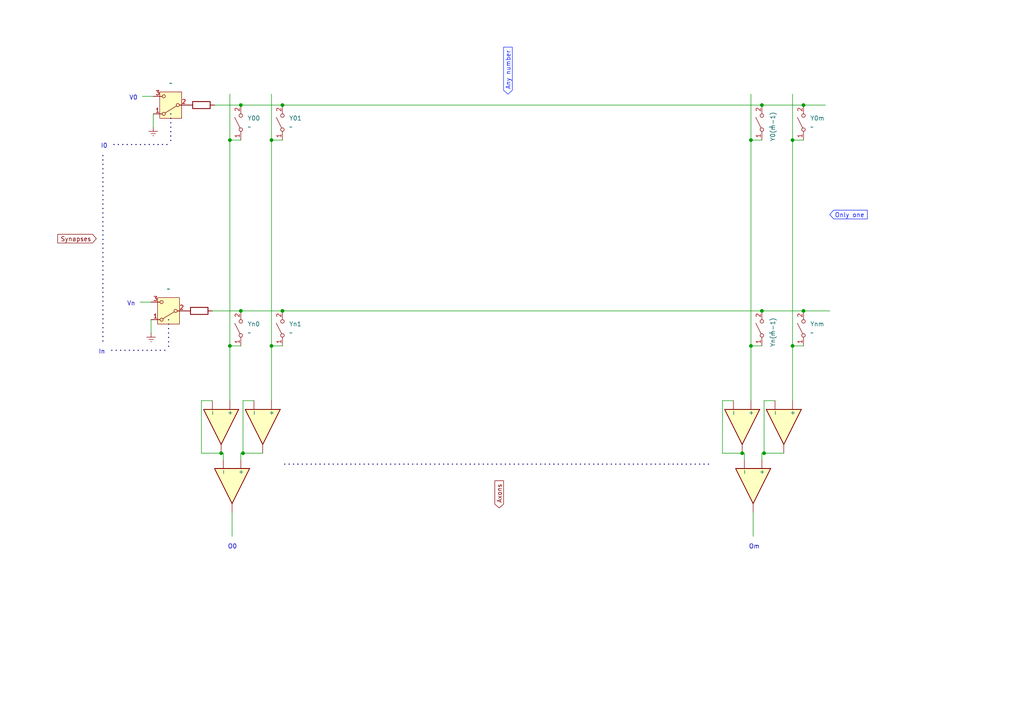
<source format=kicad_sch>
(kicad_sch (version 20230121) (generator eeschema)
  (paper "A4")
  (lib_symbols
    (symbol "Amplifier_Operational:L272" (pin_numbers hide) (pin_names (offset 0.127))
      (property "Reference" "U" (at 0 5.08 0))
      (property "Value" "L272" (at 0 -5.08 0))
      (symbol "L272_1_1"
        (polyline (pts (xy -5.08 5.08) (xy 5.08 0) (xy -5.08 -5.08) (xy -5.08 5.08)) (stroke (width 0.254)) (fill (type background)))
        (pin output line (at 7.62 0 180) (length 2.54) (name "~") (number "1"))
        (pin input line (at -7.62 2.54 0) (length 2.54) (name "+") (number "7"))
        (pin input line (at -7.62 -2.54 0) (length 2.54) (name "-") (number "8"))
      )
      (symbol "L272_2_1"
        (polyline (pts (xy -5.08 5.08) (xy 5.08 0) (xy -5.08 -5.08) (xy -5.08 5.08)) (stroke (width 0.254)) (fill (type background)))
        (pin output line (at 7.62 0 180) (length 2.54) (name "~") (number "3"))
        (pin input line (at -7.62 -2.54 0) (length 2.54) (name "-") (number "5"))
        (pin input line (at -7.62 2.54 0) (length 2.54) (name "+") (number "6"))
      )
      (symbol "L272_3_1"
        (pin passive line (at -2.54 -7.62 90) (length 3.81) hide (name "GND") (number "10"))
        (pin passive line (at -2.54 -7.62 90) (length 3.81) hide (name "GND") (number "11"))
        (pin passive line (at -2.54 -7.62 90) (length 3.81) hide (name "GND") (number "12"))
        (pin passive line (at -2.54 -7.62 90) (length 3.81) hide (name "GND") (number "13"))
        (pin passive line (at -2.54 -7.62 90) (length 3.81) hide (name "GND") (number "14"))
        (pin passive line (at -2.54 -7.62 90) (length 3.81) hide (name "GND") (number "15"))
        (pin passive line (at -2.54 -7.62 90) (length 3.81) hide (name "GND") (number "16"))
        (pin power_in line (at -2.54 7.62 270) (length 3.81) (name "Vs") (number "2"))
        (pin power_in line (at -2.54 -7.62 90) (length 3.81) (name "GND") (number "4"))
        (pin passive line (at -2.54 -7.62 90) (length 3.81) hide (name "GND") (number "9"))
      )
    )
    (symbol "Device:R" (pin_numbers hide) (pin_names (offset 0))
      (property "Reference" "R" (at 2.032 0 90))
      (property "Value" "R" (at 0 0 90))
      (symbol "R_0_1"
        (rectangle (start -1.016 -2.54) (end 1.016 2.54) (stroke (width 0.254)))
      )
      (symbol "R_1_1"
        (pin passive line (at 0 3.81 270) (length 1.27) (name "~") (number "1"))
        (pin passive line (at 0 -3.81 90) (length 1.27) (name "~") (number "2"))
      )
    )
    (symbol "L272_1" (pin_numbers hide) (pin_names (offset 0.127))
      (property "Reference" "U" (at 0 5.08 0))
      (property "Value" "L272" (at 0 -5.08 0))
      (symbol "L272_1_1_1"
        (polyline (pts (xy -5.08 5.08) (xy 5.08 0) (xy -5.08 -5.08) (xy -5.08 5.08)) (stroke (width 0.254)) (fill (type background)))
        (pin output line (at 7.62 0 180) (length 2.54) (name "~") (number "1"))
        (pin input line (at -7.62 2.54 0) (length 2.54) (name "+") (number "7"))
        (pin input line (at -7.62 -2.54 0) (length 2.54) (name "-") (number "8"))
      )
      (symbol "L272_1_2_1"
        (polyline (pts (xy -5.08 5.08) (xy 5.08 0) (xy -5.08 -5.08) (xy -5.08 5.08)) (stroke (width 0.254)) (fill (type background)))
        (pin output line (at 7.62 0 180) (length 2.54) (name "~") (number "3"))
        (pin input line (at -7.62 -2.54 0) (length 2.54) (name "-") (number "5"))
        (pin input line (at -7.62 2.54 0) (length 2.54) (name "+") (number "6"))
      )
      (symbol "L272_1_3_1"
        (pin passive line (at -2.54 -7.62 90) (length 3.81) hide (name "GND") (number "10"))
        (pin passive line (at -2.54 -7.62 90) (length 3.81) hide (name "GND") (number "11"))
        (pin passive line (at -2.54 -7.62 90) (length 3.81) hide (name "GND") (number "12"))
        (pin passive line (at -2.54 -7.62 90) (length 3.81) hide (name "GND") (number "13"))
        (pin passive line (at -2.54 -7.62 90) (length 3.81) hide (name "GND") (number "14"))
        (pin passive line (at -2.54 -7.62 90) (length 3.81) hide (name "GND") (number "15"))
        (pin passive line (at -2.54 -7.62 90) (length 3.81) hide (name "GND") (number "16"))
        (pin power_in line (at -2.54 7.62 270) (length 3.81) (name "Vs") (number "2"))
        (pin power_in line (at -2.54 -7.62 90) (length 3.81) (name "GND") (number "4"))
        (pin passive line (at -2.54 -7.62 90) (length 3.81) hide (name "GND") (number "9"))
      )
    )
    (symbol "L272_2" (pin_numbers hide) (pin_names (offset 0.127))
      (property "Reference" "U" (at 0 5.08 0))
      (property "Value" "L272" (at 0 -5.08 0))
      (symbol "L272_2_1_1"
        (polyline (pts (xy -5.08 5.08) (xy 5.08 0) (xy -5.08 -5.08) (xy -5.08 5.08)) (stroke (width 0.254)) (fill (type background)))
        (pin output line (at 7.62 0 180) (length 2.54) (name "~") (number "1"))
        (pin input line (at -7.62 2.54 0) (length 2.54) (name "+") (number "7"))
        (pin input line (at -7.62 -2.54 0) (length 2.54) (name "-") (number "8"))
      )
      (symbol "L272_2_2_1"
        (polyline (pts (xy -5.08 5.08) (xy 5.08 0) (xy -5.08 -5.08) (xy -5.08 5.08)) (stroke (width 0.254)) (fill (type background)))
        (pin output line (at 7.62 0 180) (length 2.54) (name "~") (number "3"))
        (pin input line (at -7.62 -2.54 0) (length 2.54) (name "-") (number "5"))
        (pin input line (at -7.62 2.54 0) (length 2.54) (name "+") (number "6"))
      )
      (symbol "L272_2_3_1"
        (pin passive line (at -2.54 -7.62 90) (length 3.81) hide (name "GND") (number "10"))
        (pin passive line (at -2.54 -7.62 90) (length 3.81) hide (name "GND") (number "11"))
        (pin passive line (at -2.54 -7.62 90) (length 3.81) hide (name "GND") (number "12"))
        (pin passive line (at -2.54 -7.62 90) (length 3.81) hide (name "GND") (number "13"))
        (pin passive line (at -2.54 -7.62 90) (length 3.81) hide (name "GND") (number "14"))
        (pin passive line (at -2.54 -7.62 90) (length 3.81) hide (name "GND") (number "15"))
        (pin passive line (at -2.54 -7.62 90) (length 3.81) hide (name "GND") (number "16"))
        (pin power_in line (at -2.54 7.62 270) (length 3.81) (name "Vs") (number "2"))
        (pin power_in line (at -2.54 -7.62 90) (length 3.81) (name "GND") (number "4"))
        (pin passive line (at -2.54 -7.62 90) (length 3.81) hide (name "GND") (number "9"))
      )
    )
    (symbol "L272_3" (pin_numbers hide) (pin_names (offset 0.127))
      (property "Reference" "U" (at 0 5.08 0))
      (property "Value" "L272" (at 0 -5.08 0))
      (symbol "L272_3_1_1"
        (polyline (pts (xy -5.08 5.08) (xy 5.08 0) (xy -5.08 -5.08) (xy -5.08 5.08)) (stroke (width 0.254)) (fill (type background)))
        (pin output line (at 7.62 0 180) (length 2.54) (name "~") (number "1"))
        (pin input line (at -7.62 2.54 0) (length 2.54) (name "+") (number "7"))
        (pin input line (at -7.62 -2.54 0) (length 2.54) (name "-") (number "8"))
      )
      (symbol "L272_3_2_1"
        (polyline (pts (xy -5.08 5.08) (xy 5.08 0) (xy -5.08 -5.08) (xy -5.08 5.08)) (stroke (width 0.254)) (fill (type background)))
        (pin output line (at 7.62 0 180) (length 2.54) (name "~") (number "3"))
        (pin input line (at -7.62 -2.54 0) (length 2.54) (name "-") (number "5"))
        (pin input line (at -7.62 2.54 0) (length 2.54) (name "+") (number "6"))
      )
      (symbol "L272_3_3_1"
        (pin passive line (at -2.54 -7.62 90) (length 3.81) hide (name "GND") (number "10"))
        (pin passive line (at -2.54 -7.62 90) (length 3.81) hide (name "GND") (number "11"))
        (pin passive line (at -2.54 -7.62 90) (length 3.81) hide (name "GND") (number "12"))
        (pin passive line (at -2.54 -7.62 90) (length 3.81) hide (name "GND") (number "13"))
        (pin passive line (at -2.54 -7.62 90) (length 3.81) hide (name "GND") (number "14"))
        (pin passive line (at -2.54 -7.62 90) (length 3.81) hide (name "GND") (number "15"))
        (pin passive line (at -2.54 -7.62 90) (length 3.81) hide (name "GND") (number "16"))
        (pin power_in line (at -2.54 7.62 270) (length 3.81) (name "Vs") (number "2"))
        (pin power_in line (at -2.54 -7.62 90) (length 3.81) (name "GND") (number "4"))
        (pin passive line (at -2.54 -7.62 90) (length 3.81) hide (name "GND") (number "9"))
      )
    )
    (symbol "L272_4" (pin_numbers hide) (pin_names (offset 0.127))
      (property "Reference" "U" (at 0 5.08 0))
      (property "Value" "L272" (at 0 -5.08 0))
      (symbol "L272_4_1_1"
        (polyline (pts (xy -5.08 5.08) (xy 5.08 0) (xy -5.08 -5.08) (xy -5.08 5.08)) (stroke (width 0.254)) (fill (type background)))
        (pin output line (at 7.62 0 180) (length 2.54) (name "~") (number "1"))
        (pin input line (at -7.62 2.54 0) (length 2.54) (name "+") (number "7"))
        (pin input line (at -7.62 -2.54 0) (length 2.54) (name "-") (number "8"))
      )
      (symbol "L272_4_2_1"
        (polyline (pts (xy -5.08 5.08) (xy 5.08 0) (xy -5.08 -5.08) (xy -5.08 5.08)) (stroke (width 0.254)) (fill (type background)))
        (pin output line (at 7.62 0 180) (length 2.54) (name "~") (number "3"))
        (pin input line (at -7.62 -2.54 0) (length 2.54) (name "-") (number "5"))
        (pin input line (at -7.62 2.54 0) (length 2.54) (name "+") (number "6"))
      )
      (symbol "L272_4_3_1"
        (pin passive line (at -2.54 -7.62 90) (length 3.81) hide (name "GND") (number "10"))
        (pin passive line (at -2.54 -7.62 90) (length 3.81) hide (name "GND") (number "11"))
        (pin passive line (at -2.54 -7.62 90) (length 3.81) hide (name "GND") (number "12"))
        (pin passive line (at -2.54 -7.62 90) (length 3.81) hide (name "GND") (number "13"))
        (pin passive line (at -2.54 -7.62 90) (length 3.81) hide (name "GND") (number "14"))
        (pin passive line (at -2.54 -7.62 90) (length 3.81) hide (name "GND") (number "15"))
        (pin passive line (at -2.54 -7.62 90) (length 3.81) hide (name "GND") (number "16"))
        (pin power_in line (at -2.54 7.62 270) (length 3.81) (name "Vs") (number "2"))
        (pin power_in line (at -2.54 -7.62 90) (length 3.81) (name "GND") (number "4"))
        (pin passive line (at -2.54 -7.62 90) (length 3.81) hide (name "GND") (number "9"))
      )
    )
    (symbol "L272_5" (pin_numbers hide) (pin_names (offset 0.127))
      (property "Reference" "U" (at 0 5.08 0))
      (property "Value" "L272" (at 0 -5.08 0))
      (symbol "L272_5_1_1"
        (polyline (pts (xy -5.08 5.08) (xy 5.08 0) (xy -5.08 -5.08) (xy -5.08 5.08)) (stroke (width 0.254)) (fill (type background)))
        (pin output line (at 7.62 0 180) (length 2.54) (name "~") (number "1"))
        (pin input line (at -7.62 2.54 0) (length 2.54) (name "+") (number "7"))
        (pin input line (at -7.62 -2.54 0) (length 2.54) (name "-") (number "8"))
      )
      (symbol "L272_5_2_1"
        (polyline (pts (xy -5.08 5.08) (xy 5.08 0) (xy -5.08 -5.08) (xy -5.08 5.08)) (stroke (width 0.254)) (fill (type background)))
        (pin output line (at 7.62 0 180) (length 2.54) (name "~") (number "3"))
        (pin input line (at -7.62 -2.54 0) (length 2.54) (name "-") (number "5"))
        (pin input line (at -7.62 2.54 0) (length 2.54) (name "+") (number "6"))
      )
      (symbol "L272_5_3_1"
        (pin passive line (at -2.54 -7.62 90) (length 3.81) hide (name "GND") (number "10"))
        (pin passive line (at -2.54 -7.62 90) (length 3.81) hide (name "GND") (number "11"))
        (pin passive line (at -2.54 -7.62 90) (length 3.81) hide (name "GND") (number "12"))
        (pin passive line (at -2.54 -7.62 90) (length 3.81) hide (name "GND") (number "13"))
        (pin passive line (at -2.54 -7.62 90) (length 3.81) hide (name "GND") (number "14"))
        (pin passive line (at -2.54 -7.62 90) (length 3.81) hide (name "GND") (number "15"))
        (pin passive line (at -2.54 -7.62 90) (length 3.81) hide (name "GND") (number "16"))
        (pin power_in line (at -2.54 7.62 270) (length 3.81) (name "Vs") (number "2"))
        (pin power_in line (at -2.54 -7.62 90) (length 3.81) (name "GND") (number "4"))
        (pin passive line (at -2.54 -7.62 90) (length 3.81) hide (name "GND") (number "9"))
      )
    )
    (symbol "Switch:SW_SPDT" (pin_names (offset 0) hide)
      (property "Reference" "SW" (at 0 5.08 0))
      (property "Value" "SW_SPDT" (at 0 -5.08 0))
      (symbol "SW_SPDT_0_1"
        (circle (center -2.032 0) (radius 0.4572))
        (polyline (pts (xy -1.651 0.254) (xy 1.651 2.286)))
        (circle (center 2.032 -2.54) (radius 0.4572))
        (circle (center 2.032 2.54) (radius 0.4572))
      )
      (symbol "SW_SPDT_1_1"
        (rectangle (start -3.175 3.81) (end 3.175 -3.81) (fill (type background)))
        (pin passive line (at 5.08 2.54 180) (length 2.54) (name "A") (number "1"))
        (pin passive line (at -5.08 0 0) (length 2.54) (name "B") (number "2"))
        (pin passive line (at 5.08 -2.54 180) (length 2.54) (name "C") (number "3"))
      )
    )
    (symbol "Switch:SW_SPST" (pin_names (offset 0) hide)
      (property "Reference" "SW" (at 0 3.175 0))
      (property "Value" "SW_SPST" (at 0 -2.54 0))
      (symbol "SW_SPST_0_0"
        (circle (center -2.032 0) (radius 0.508))
        (polyline (pts (xy -1.524 0.254) (xy 1.524 1.778)))
        (circle (center 2.032 0) (radius 0.508))
      )
      (symbol "SW_SPST_1_1"
        (pin passive line (at -5.08 0 0) (length 2.54) (name "A") (number "1"))
        (pin passive line (at 5.08 0 180) (length 2.54) (name "B") (number "2"))
      )
    )
    (symbol "power:GNDREF" (power) (pin_names (offset 0))
      (property "Value" "GNDREF" (at 0 -3.81 0))
      (symbol "GNDREF_0_1"
        (polyline (pts (xy -0.635 -1.905) (xy 0.635 -1.905)))
        (polyline (pts (xy -0.127 -2.54) (xy 0.127 -2.54)))
        (polyline (pts (xy 0 -1.27) (xy 0 0)))
        (polyline (pts (xy 1.27 -1.27) (xy -1.27 -1.27)))
      )
      (symbol "GNDREF_1_1"
        (pin power_in line (at 0 0 270) (length 0) hide (name "GNDREF") (number "1"))
      )
    )
  )
  (junction (at 81.915 90.17))
  (junction (at 217.805 40.64))
  (junction (at 69.85 30.48))
  (junction (at 229.87 100.33))
  (junction (at 66.675 40.64))
  (junction (at 220.98 90.17))
  (junction (at 81.915 30.48))
  (junction (at 66.675 100.33))
  (junction (at 78.74 40.64))
  (junction (at 78.74 100.33))
  (junction (at 221.615 131.445))
  (junction (at 233.045 90.17))
  (junction (at 70.485 131.445))
  (junction (at 64.135 131.445))
  (junction (at 215.265 131.445))
  (junction (at 217.805 100.33))
  (junction (at 69.85 90.17))
  (junction (at 220.98 30.48))
  (junction (at 233.045 30.48))
  (junction (at 229.87 40.64))
  (wire (pts (xy 220.98 131.445) (xy 221.615 131.445)))
  (wire (pts (xy 78.74 100.33) (xy 78.74 116.205)))
  (bus (pts (xy 48.895 92.71) (xy 48.895 101.6)) (stroke (width 0) (type dot)))
  (wire (pts (xy 78.74 27.305) (xy 78.74 40.64)))
  (wire (pts (xy 224.79 116.205) (xy 221.615 116.205)))
  (wire (pts (xy 221.615 116.205) (xy 221.615 131.445)))
  (wire (pts (xy 66.675 40.64) (xy 66.675 100.33)))
  (wire (pts (xy 69.85 30.48) (xy 81.915 30.48)))
  (wire (pts (xy 229.87 40.64) (xy 233.045 40.64)))
  (wire (pts (xy 229.87 100.33) (xy 229.87 116.205)))
  (wire (pts (xy 69.85 131.445) (xy 70.485 131.445)))
  (wire (pts (xy 64.77 131.445) (xy 64.135 131.445)))
  (bus (pts (xy 49.53 33.02) (xy 49.53 41.91)) (stroke (width 0) (type dot)))
  (wire (pts (xy 233.045 90.17) (xy 240.665 90.17)))
  (wire (pts (xy 215.9 131.445) (xy 215.265 131.445)))
  (wire (pts (xy 44.45 33.02) (xy 44.45 36.83)))
  (wire (pts (xy 78.74 40.64) (xy 81.915 40.64)))
  (bus (pts (xy 82.55 134.62) (xy 206.375 134.62)) (stroke (width 0) (type dot)))
  (wire (pts (xy 78.74 100.33) (xy 81.915 100.33)))
  (bus (pts (xy 33.02 41.91) (xy 49.53 41.91)) (stroke (width 0) (type dot)))
  (wire (pts (xy 61.595 116.205) (xy 58.42 116.205)))
  (wire (pts (xy 70.485 116.205) (xy 70.485 131.445)))
  (wire (pts (xy 61.595 90.17) (xy 69.85 90.17)))
  (wire (pts (xy 221.615 131.445) (xy 227.33 131.445)))
  (wire (pts (xy 41.275 27.94) (xy 44.45 27.94)))
  (wire (pts (xy 229.87 100.33) (xy 233.045 100.33)))
  (wire (pts (xy 229.87 40.64) (xy 229.87 100.33)))
  (wire (pts (xy 78.74 40.64) (xy 78.74 100.33)))
  (wire (pts (xy 217.805 27.305) (xy 217.805 40.64)))
  (wire (pts (xy 220.98 30.48) (xy 233.045 30.48)))
  (wire (pts (xy 217.805 40.64) (xy 217.805 100.33)))
  (wire (pts (xy 70.485 131.445) (xy 76.2 131.445)))
  (wire (pts (xy 218.44 148.59) (xy 218.44 155.575)))
  (wire (pts (xy 66.675 40.64) (xy 69.85 40.64)))
  (wire (pts (xy 58.42 116.205) (xy 58.42 131.445)))
  (wire (pts (xy 215.9 133.35) (xy 215.9 131.445)))
  (wire (pts (xy 217.805 100.33) (xy 220.98 100.33)))
  (wire (pts (xy 69.85 90.17) (xy 81.915 90.17)))
  (wire (pts (xy 66.675 100.33) (xy 66.675 116.205)))
  (wire (pts (xy 233.045 30.48) (xy 239.395 30.48)))
  (bus (pts (xy 29.845 45.085) (xy 29.845 99.695)) (stroke (width 0) (type dot)))
  (wire (pts (xy 81.915 30.48) (xy 220.98 30.48)))
  (wire (pts (xy 212.725 116.205) (xy 209.55 116.205)))
  (wire (pts (xy 220.98 90.17) (xy 233.045 90.17)))
  (wire (pts (xy 66.675 100.33) (xy 69.85 100.33)))
  (wire (pts (xy 229.87 27.305) (xy 229.87 40.64)))
  (wire (pts (xy 217.805 100.33) (xy 217.805 116.205)))
  (wire (pts (xy 217.805 40.64) (xy 220.98 40.64)))
  (wire (pts (xy 73.66 116.205) (xy 70.485 116.205)))
  (wire (pts (xy 81.915 90.17) (xy 220.98 90.17)))
  (wire (pts (xy 220.98 133.35) (xy 220.98 131.445)))
  (wire (pts (xy 58.42 131.445) (xy 64.135 131.445)))
  (wire (pts (xy 64.77 133.35) (xy 64.77 131.445)))
  (wire (pts (xy 209.55 116.205) (xy 209.55 131.445)))
  (wire (pts (xy 43.815 92.71) (xy 43.815 96.52)))
  (wire (pts (xy 67.31 148.59) (xy 67.31 155.575)))
  (wire (pts (xy 209.55 131.445) (xy 215.265 131.445)))
  (bus (pts (xy 32.385 101.6) (xy 48.895 101.6)) (stroke (width 0) (type dot)))
  (wire (pts (xy 69.85 133.35) (xy 69.85 131.445)))
  (wire (pts (xy 62.23 30.48) (xy 69.85 30.48)))
  (wire (pts (xy 40.64 87.63) (xy 43.815 87.63)))
  (wire (pts (xy 66.675 27.305) (xy 66.675 40.64)))
  (text "V0" (at 37.465 29.21 0) (effects (font (size 1.27 1.27)) (justify left bottom)))
  (text "Vn" (at 36.83 88.9 0) (effects (font (size 1.27 1.27)) (justify left bottom)))
  (text "Om" (at 217.17 159.385 0) (effects (font (size 1.27 1.27)) (justify left bottom)))
  (text "In" (at 28.575 102.87 0) (effects (font (size 1.27 1.27)) (justify left bottom)))
  (text "O0" (at 66.04 159.385 0) (effects (font (size 1.27 1.27)) (justify left bottom)))
  (text "I0" (at 29.21 43.18 0) (effects (font (size 1.27 1.27)) (justify left bottom)))
  (global_label "Only one" (shape input) (at 240.665 62.23 0) (property "Intersheetrefs" "${INTERSHEET_REFS}" (effects hide)))
  (global_label "Axons" (shape input) (at 144.78 147.32 90) (property "Intersheetrefs" "${INTERSHEET_REFS}" (effects hide)))
  (global_label "Synapses" (shape input) (at 27.94 69.215 180) (property "Intersheetrefs" "${INTERSHEET_REFS}" (effects hide)))
  (global_label "Any number" (shape input) (at 147.32 27.305 90) (property "Intersheetrefs" "${INTERSHEET_REFS}" (effects hide)))
  (symbol (lib_id "Device:R") (at 57.785 90.17 90) (unit 1)
    (property "Reference" "R3" (effects hide))
    (property "Value" "100K" (effects hide))
  )
  (symbol (lib_id "Device:R") (at 58.42 30.48 90) (unit 1)
    (property "Reference" "R2" (effects hide))
    (property "Value" "100K" (effects hide))
  )
  (symbol (lib_id "Switch:SW_SPST") (at 233.045 35.56 90) (unit 1)
    (property "Reference" "Y0m" (at 234.95 34.29 90) (effects (justify right)))
    (property "Value" "~" (at 234.95 36.83 90) (effects (justify right)))
  )
  (symbol (lib_id "Amplifier_Operational:L272") (at 218.44 140.97 270) (unit 1)
    (property "Reference" "U4" (effects hide))
    (property "Value" "L272" (effects hide))
    (property "Footprint" "Package_DIP:DIP-16_W7.62mm" (effects hide))
    (property "Datasheet" "www.st.com/resource/en/datasheet/l272.pdf" (effects hide))
  )
  (symbol (lib_id "Switch:SW_SPST") (at 81.915 35.56 90) (unit 1)
    (property "Reference" "Y01" (at 83.82 34.29 90) (effects (justify right)))
    (property "Value" "~" (at 83.82 36.83 90) (effects (justify right)))
  )
  (symbol (lib_id "Switch:SW_SPST") (at 69.85 35.56 90) (unit 1)
    (property "Reference" "Y00" (at 71.755 34.29 90) (effects (justify right)))
    (property "Value" "~" (at 71.755 36.83 90) (effects (justify right)))
  )
  (symbol (lib_name "L272_2") (lib_id "Amplifier_Operational:L272") (at 76.2 123.825 270) (unit 2)
    (property "Reference" "U1" (effects hide))
    (property "Value" "L272" (effects hide))
    (property "Footprint" "Package_DIP:DIP-16_W7.62mm" (effects hide))
    (property "Datasheet" "www.st.com/resource/en/datasheet/l272.pdf" (effects hide))
  )
  (symbol (lib_name "L272_4") (lib_id "Amplifier_Operational:L272") (at 215.265 123.825 270) (unit 1)
    (property "Reference" "U3" (effects hide))
    (property "Value" "L272" (effects hide))
    (property "Footprint" "Package_DIP:DIP-16_W7.62mm" (effects hide))
    (property "Datasheet" "www.st.com/resource/en/datasheet/l272.pdf" (effects hide))
  )
  (symbol (lib_id "Switch:SW_SPST") (at 220.98 35.56 90) (unit 1)
    (property "Reference" "Y0(m-1)" (at 224.155 32.385 0) (effects (justify right)))
    (property "Value" "~" (at 222.885 36.83 90) (effects (justify right)))
  )
  (symbol (lib_name "L272_3") (lib_id "Amplifier_Operational:L272") (at 67.31 140.97 270) (unit 1)
    (property "Reference" "U2" (effects hide))
    (property "Value" "L272" (effects hide))
    (property "Footprint" "Package_DIP:DIP-16_W7.62mm" (effects hide))
    (property "Datasheet" "www.st.com/resource/en/datasheet/l272.pdf" (effects hide))
  )
  (symbol (lib_id "Switch:SW_SPST") (at 69.85 95.25 90) (unit 1)
    (property "Reference" "Yn0" (at 71.755 93.98 90) (effects (justify right)))
    (property "Value" "~" (at 71.755 96.52 90) (effects (justify right)))
  )
  (symbol (lib_id "power:GNDREF") (at 44.45 36.83 0) (unit 1)
    (property "Reference" "P" (effects hide))
    (property "Value" "GNDREF" (effects hide))
  )
  (symbol (lib_id "Switch:SW_SPST") (at 233.045 95.25 90) (unit 1)
    (property "Reference" "Ynm" (at 234.95 93.98 90) (effects (justify right)))
    (property "Value" "~" (at 234.95 96.52 90) (effects (justify right)))
  )
  (symbol (lib_id "Switch:SW_SPDT") (at 49.53 30.48 180) (unit 1)
    (property "Reference" "S0" (effects hide))
    (property "Value" "~" (at 49.53 24.13 0))
  )
  (symbol (lib_name "L272_1") (lib_id "Amplifier_Operational:L272") (at 64.135 123.825 270) (unit 1)
    (property "Reference" "U1" (effects hide))
    (property "Value" "L272" (effects hide))
    (property "Footprint" "Package_DIP:DIP-16_W7.62mm" (effects hide))
    (property "Datasheet" "www.st.com/resource/en/datasheet/l272.pdf" (effects hide))
  )
  (symbol (lib_id "power:GNDREF") (at 43.815 96.52 0) (unit 1)
    (property "Reference" "P01" (effects hide))
    (property "Value" "GNDREF" (effects hide))
  )
  (symbol (lib_name "L272_5") (lib_id "Amplifier_Operational:L272") (at 227.33 123.825 270) (unit 2)
    (property "Reference" "U3" (effects hide))
    (property "Value" "L272" (effects hide))
    (property "Footprint" "Package_DIP:DIP-16_W7.62mm" (effects hide))
    (property "Datasheet" "www.st.com/resource/en/datasheet/l272.pdf" (effects hide))
  )
  (symbol (lib_id "Switch:SW_SPDT") (at 48.895 90.17 180) (unit 1)
    (property "Reference" "Sn" (effects hide))
    (property "Value" "~" (at 48.895 83.82 0))
  )
  (symbol (lib_id "Switch:SW_SPST") (at 81.915 95.25 90) (unit 1)
    (property "Reference" "Yn1" (at 83.82 93.98 90) (effects (justify right)))
    (property "Value" "~" (at 83.82 96.52 90) (effects (justify right)))
  )
  (symbol (lib_id "Switch:SW_SPST") (at 220.98 95.25 90) (unit 1)
    (property "Reference" "Yn(m-1)" (at 224.155 92.075 0) (effects (justify right)))
    (property "Value" "~" (at 222.885 96.52 90) (effects (justify right)))
  )
)
</source>
